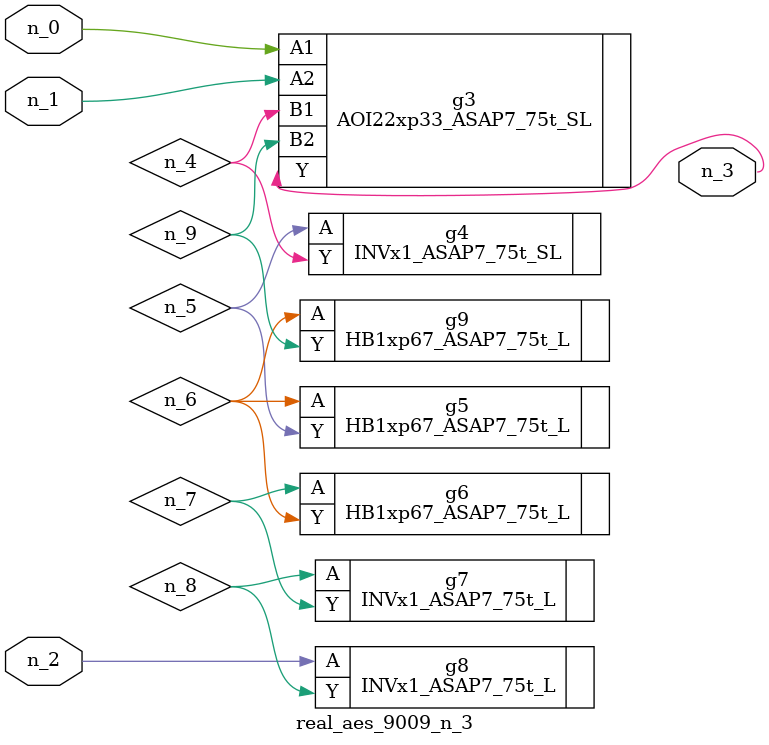
<source format=v>
module real_aes_9009_n_3 (n_0, n_2, n_1, n_3);
input n_0;
input n_2;
input n_1;
output n_3;
wire n_4;
wire n_5;
wire n_7;
wire n_9;
wire n_6;
wire n_8;
AOI22xp33_ASAP7_75t_SL g3 ( .A1(n_0), .A2(n_1), .B1(n_4), .B2(n_9), .Y(n_3) );
INVx1_ASAP7_75t_L g8 ( .A(n_2), .Y(n_8) );
INVx1_ASAP7_75t_SL g4 ( .A(n_5), .Y(n_4) );
HB1xp67_ASAP7_75t_L g5 ( .A(n_6), .Y(n_5) );
HB1xp67_ASAP7_75t_L g9 ( .A(n_6), .Y(n_9) );
HB1xp67_ASAP7_75t_L g6 ( .A(n_7), .Y(n_6) );
INVx1_ASAP7_75t_L g7 ( .A(n_8), .Y(n_7) );
endmodule
</source>
